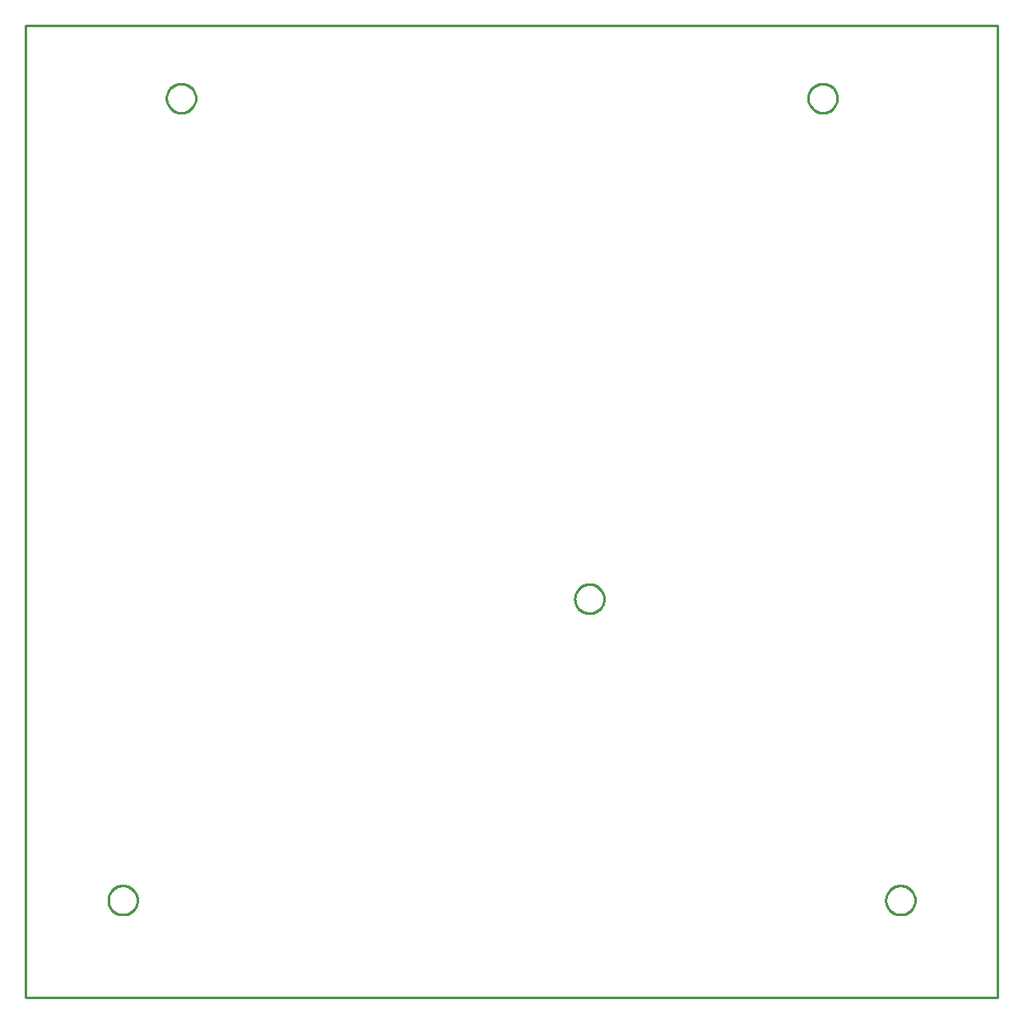
<source format=gbr>
G04 EAGLE Gerber RS-274X export*
G75*
%MOMM*%
%FSLAX34Y34*%
%LPD*%
%IN*%
%IPPOS*%
%AMOC8*
5,1,8,0,0,1.08239X$1,22.5*%
G01*
%ADD10C,0.254000*%


D10*
X0Y0D02*
X1000000Y0D01*
X1000000Y1000000D01*
X0Y1000000D01*
X0Y0D01*
X835000Y924464D02*
X834924Y923396D01*
X834771Y922335D01*
X834543Y921288D01*
X834241Y920260D01*
X833867Y919256D01*
X833422Y918281D01*
X832908Y917341D01*
X832329Y916440D01*
X831687Y915582D01*
X830985Y914772D01*
X830228Y914015D01*
X829418Y913313D01*
X828560Y912671D01*
X827659Y912092D01*
X826719Y911578D01*
X825744Y911133D01*
X824740Y910759D01*
X823712Y910457D01*
X822665Y910229D01*
X821604Y910076D01*
X820536Y910000D01*
X819464Y910000D01*
X818396Y910076D01*
X817335Y910229D01*
X816288Y910457D01*
X815260Y910759D01*
X814256Y911133D01*
X813281Y911578D01*
X812341Y912092D01*
X811440Y912671D01*
X810582Y913313D01*
X809772Y914015D01*
X809015Y914772D01*
X808313Y915582D01*
X807671Y916440D01*
X807092Y917341D01*
X806578Y918281D01*
X806133Y919256D01*
X805759Y920260D01*
X805457Y921288D01*
X805229Y922335D01*
X805076Y923396D01*
X805000Y924464D01*
X805000Y925536D01*
X805076Y926604D01*
X805229Y927665D01*
X805457Y928712D01*
X805759Y929740D01*
X806133Y930744D01*
X806578Y931719D01*
X807092Y932659D01*
X807671Y933560D01*
X808313Y934418D01*
X809015Y935228D01*
X809772Y935985D01*
X810582Y936687D01*
X811440Y937329D01*
X812341Y937908D01*
X813281Y938422D01*
X814256Y938867D01*
X815260Y939241D01*
X816288Y939543D01*
X817335Y939771D01*
X818396Y939924D01*
X819464Y940000D01*
X820536Y940000D01*
X821604Y939924D01*
X822665Y939771D01*
X823712Y939543D01*
X824740Y939241D01*
X825744Y938867D01*
X826719Y938422D01*
X827659Y937908D01*
X828560Y937329D01*
X829418Y936687D01*
X830228Y935985D01*
X830985Y935228D01*
X831687Y934418D01*
X832329Y933560D01*
X832908Y932659D01*
X833422Y931719D01*
X833867Y930744D01*
X834241Y929740D01*
X834543Y928712D01*
X834771Y927665D01*
X834924Y926604D01*
X835000Y925536D01*
X835000Y924464D01*
X595000Y409464D02*
X594924Y408396D01*
X594771Y407335D01*
X594543Y406288D01*
X594241Y405260D01*
X593867Y404256D01*
X593422Y403281D01*
X592908Y402341D01*
X592329Y401440D01*
X591687Y400582D01*
X590985Y399772D01*
X590228Y399015D01*
X589418Y398313D01*
X588560Y397671D01*
X587659Y397092D01*
X586719Y396578D01*
X585744Y396133D01*
X584740Y395759D01*
X583712Y395457D01*
X582665Y395229D01*
X581604Y395076D01*
X580536Y395000D01*
X579464Y395000D01*
X578396Y395076D01*
X577335Y395229D01*
X576288Y395457D01*
X575260Y395759D01*
X574256Y396133D01*
X573281Y396578D01*
X572341Y397092D01*
X571440Y397671D01*
X570582Y398313D01*
X569772Y399015D01*
X569015Y399772D01*
X568313Y400582D01*
X567671Y401440D01*
X567092Y402341D01*
X566578Y403281D01*
X566133Y404256D01*
X565759Y405260D01*
X565457Y406288D01*
X565229Y407335D01*
X565076Y408396D01*
X565000Y409464D01*
X565000Y410536D01*
X565076Y411604D01*
X565229Y412665D01*
X565457Y413712D01*
X565759Y414740D01*
X566133Y415744D01*
X566578Y416719D01*
X567092Y417659D01*
X567671Y418560D01*
X568313Y419418D01*
X569015Y420228D01*
X569772Y420985D01*
X570582Y421687D01*
X571440Y422329D01*
X572341Y422908D01*
X573281Y423422D01*
X574256Y423867D01*
X575260Y424241D01*
X576288Y424543D01*
X577335Y424771D01*
X578396Y424924D01*
X579464Y425000D01*
X580536Y425000D01*
X581604Y424924D01*
X582665Y424771D01*
X583712Y424543D01*
X584740Y424241D01*
X585744Y423867D01*
X586719Y423422D01*
X587659Y422908D01*
X588560Y422329D01*
X589418Y421687D01*
X590228Y420985D01*
X590985Y420228D01*
X591687Y419418D01*
X592329Y418560D01*
X592908Y417659D01*
X593422Y416719D01*
X593867Y415744D01*
X594241Y414740D01*
X594543Y413712D01*
X594771Y412665D01*
X594924Y411604D01*
X595000Y410536D01*
X595000Y409464D01*
X915000Y99464D02*
X914924Y98396D01*
X914771Y97335D01*
X914543Y96288D01*
X914241Y95260D01*
X913867Y94256D01*
X913422Y93281D01*
X912908Y92341D01*
X912329Y91440D01*
X911687Y90582D01*
X910985Y89772D01*
X910228Y89015D01*
X909418Y88313D01*
X908560Y87671D01*
X907659Y87092D01*
X906719Y86578D01*
X905744Y86133D01*
X904740Y85759D01*
X903712Y85457D01*
X902665Y85229D01*
X901604Y85076D01*
X900536Y85000D01*
X899464Y85000D01*
X898396Y85076D01*
X897335Y85229D01*
X896288Y85457D01*
X895260Y85759D01*
X894256Y86133D01*
X893281Y86578D01*
X892341Y87092D01*
X891440Y87671D01*
X890582Y88313D01*
X889772Y89015D01*
X889015Y89772D01*
X888313Y90582D01*
X887671Y91440D01*
X887092Y92341D01*
X886578Y93281D01*
X886133Y94256D01*
X885759Y95260D01*
X885457Y96288D01*
X885229Y97335D01*
X885076Y98396D01*
X885000Y99464D01*
X885000Y100536D01*
X885076Y101604D01*
X885229Y102665D01*
X885457Y103712D01*
X885759Y104740D01*
X886133Y105744D01*
X886578Y106719D01*
X887092Y107659D01*
X887671Y108560D01*
X888313Y109418D01*
X889015Y110228D01*
X889772Y110985D01*
X890582Y111687D01*
X891440Y112329D01*
X892341Y112908D01*
X893281Y113422D01*
X894256Y113867D01*
X895260Y114241D01*
X896288Y114543D01*
X897335Y114771D01*
X898396Y114924D01*
X899464Y115000D01*
X900536Y115000D01*
X901604Y114924D01*
X902665Y114771D01*
X903712Y114543D01*
X904740Y114241D01*
X905744Y113867D01*
X906719Y113422D01*
X907659Y112908D01*
X908560Y112329D01*
X909418Y111687D01*
X910228Y110985D01*
X910985Y110228D01*
X911687Y109418D01*
X912329Y108560D01*
X912908Y107659D01*
X913422Y106719D01*
X913867Y105744D01*
X914241Y104740D01*
X914543Y103712D01*
X914771Y102665D01*
X914924Y101604D01*
X915000Y100536D01*
X915000Y99464D01*
X115000Y99464D02*
X114924Y98396D01*
X114771Y97335D01*
X114543Y96288D01*
X114241Y95260D01*
X113867Y94256D01*
X113422Y93281D01*
X112908Y92341D01*
X112329Y91440D01*
X111687Y90582D01*
X110985Y89772D01*
X110228Y89015D01*
X109418Y88313D01*
X108560Y87671D01*
X107659Y87092D01*
X106719Y86578D01*
X105744Y86133D01*
X104740Y85759D01*
X103712Y85457D01*
X102665Y85229D01*
X101604Y85076D01*
X100536Y85000D01*
X99464Y85000D01*
X98396Y85076D01*
X97335Y85229D01*
X96288Y85457D01*
X95260Y85759D01*
X94256Y86133D01*
X93281Y86578D01*
X92341Y87092D01*
X91440Y87671D01*
X90582Y88313D01*
X89772Y89015D01*
X89015Y89772D01*
X88313Y90582D01*
X87671Y91440D01*
X87092Y92341D01*
X86578Y93281D01*
X86133Y94256D01*
X85759Y95260D01*
X85457Y96288D01*
X85229Y97335D01*
X85076Y98396D01*
X85000Y99464D01*
X85000Y100536D01*
X85076Y101604D01*
X85229Y102665D01*
X85457Y103712D01*
X85759Y104740D01*
X86133Y105744D01*
X86578Y106719D01*
X87092Y107659D01*
X87671Y108560D01*
X88313Y109418D01*
X89015Y110228D01*
X89772Y110985D01*
X90582Y111687D01*
X91440Y112329D01*
X92341Y112908D01*
X93281Y113422D01*
X94256Y113867D01*
X95260Y114241D01*
X96288Y114543D01*
X97335Y114771D01*
X98396Y114924D01*
X99464Y115000D01*
X100536Y115000D01*
X101604Y114924D01*
X102665Y114771D01*
X103712Y114543D01*
X104740Y114241D01*
X105744Y113867D01*
X106719Y113422D01*
X107659Y112908D01*
X108560Y112329D01*
X109418Y111687D01*
X110228Y110985D01*
X110985Y110228D01*
X111687Y109418D01*
X112329Y108560D01*
X112908Y107659D01*
X113422Y106719D01*
X113867Y105744D01*
X114241Y104740D01*
X114543Y103712D01*
X114771Y102665D01*
X114924Y101604D01*
X115000Y100536D01*
X115000Y99464D01*
X175000Y924464D02*
X174924Y923396D01*
X174771Y922335D01*
X174543Y921288D01*
X174241Y920260D01*
X173867Y919256D01*
X173422Y918281D01*
X172908Y917341D01*
X172329Y916440D01*
X171687Y915582D01*
X170985Y914772D01*
X170228Y914015D01*
X169418Y913313D01*
X168560Y912671D01*
X167659Y912092D01*
X166719Y911578D01*
X165744Y911133D01*
X164740Y910759D01*
X163712Y910457D01*
X162665Y910229D01*
X161604Y910076D01*
X160536Y910000D01*
X159464Y910000D01*
X158396Y910076D01*
X157335Y910229D01*
X156288Y910457D01*
X155260Y910759D01*
X154256Y911133D01*
X153281Y911578D01*
X152341Y912092D01*
X151440Y912671D01*
X150582Y913313D01*
X149772Y914015D01*
X149015Y914772D01*
X148313Y915582D01*
X147671Y916440D01*
X147092Y917341D01*
X146578Y918281D01*
X146133Y919256D01*
X145759Y920260D01*
X145457Y921288D01*
X145229Y922335D01*
X145076Y923396D01*
X145000Y924464D01*
X145000Y925536D01*
X145076Y926604D01*
X145229Y927665D01*
X145457Y928712D01*
X145759Y929740D01*
X146133Y930744D01*
X146578Y931719D01*
X147092Y932659D01*
X147671Y933560D01*
X148313Y934418D01*
X149015Y935228D01*
X149772Y935985D01*
X150582Y936687D01*
X151440Y937329D01*
X152341Y937908D01*
X153281Y938422D01*
X154256Y938867D01*
X155260Y939241D01*
X156288Y939543D01*
X157335Y939771D01*
X158396Y939924D01*
X159464Y940000D01*
X160536Y940000D01*
X161604Y939924D01*
X162665Y939771D01*
X163712Y939543D01*
X164740Y939241D01*
X165744Y938867D01*
X166719Y938422D01*
X167659Y937908D01*
X168560Y937329D01*
X169418Y936687D01*
X170228Y935985D01*
X170985Y935228D01*
X171687Y934418D01*
X172329Y933560D01*
X172908Y932659D01*
X173422Y931719D01*
X173867Y930744D01*
X174241Y929740D01*
X174543Y928712D01*
X174771Y927665D01*
X174924Y926604D01*
X175000Y925536D01*
X175000Y924464D01*
M02*

</source>
